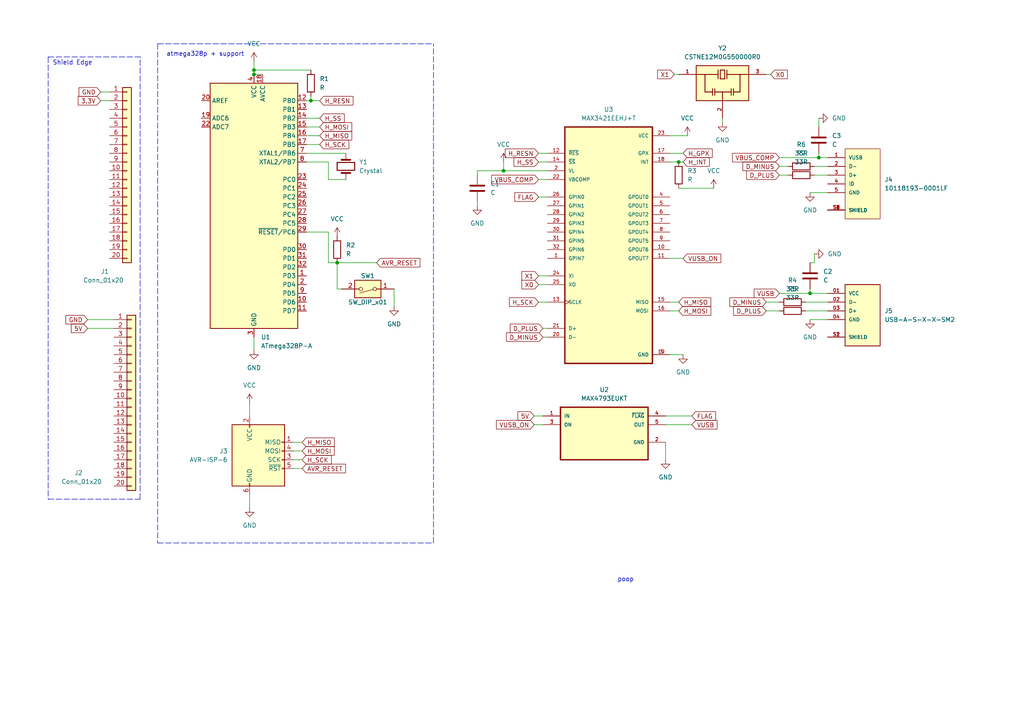
<source format=kicad_sch>
(kicad_sch (version 20211123) (generator eeschema)
  (paper "A4")
  (lib_symbols
    (symbol "Connector:AVR-ISP-6" (pin_names (offset 1.016))
      (property "Reference" "J" (at -6.35 11.43 0))
      (property "Value" "AVR-ISP-6" (at 0 11.43 0))
      (symbol "AVR-ISP-6_0_1"
        (rectangle (start -2.667 -6.858) (end -2.413 -7.62))
        (rectangle (start -2.667 10.16) (end -2.413 9.398))
        (rectangle (start 7.62 -2.413) (end 6.858 -2.667))
        (rectangle (start 7.62 0.127) (end 6.858 -0.127))
        (rectangle (start 7.62 2.667) (end 6.858 2.413))
        (rectangle (start 7.62 5.207) (end 6.858 4.953))
        (rectangle (start 7.62 10.16) (end -7.62 -7.62) (stroke (width 0.254)) (fill (type background)))
      )
      (symbol "AVR-ISP-6_1_1"
        (pin passive line (at 10.16 5.08 180) (length 2.54) (name "MISO") (number "1"))
        (pin passive line (at -2.54 12.7 270) (length 2.54) (name "VCC") (number "2"))
        (pin passive line (at 10.16 0 180) (length 2.54) (name "SCK") (number "3"))
        (pin passive line (at 10.16 2.54 180) (length 2.54) (name "MOSI") (number "4"))
        (pin passive line (at 10.16 -2.54 180) (length 2.54) (name "~{RST}") (number "5"))
        (pin passive line (at -2.54 -10.16 90) (length 2.54) (name "GND") (number "6"))
      )
    )
    (symbol "Connector_Generic:Conn_01x20" (pin_names (offset 1.016) hide)
      (property "Reference" "J" (at 0 25.4 0))
      (property "Value" "Conn_01x20" (at 0 -27.94 0))
      (symbol "Conn_01x20_1_1"
        (rectangle (start -1.27 -25.273) (end 0 -25.527) (stroke (width 0.1524)))
        (rectangle (start -1.27 -22.733) (end 0 -22.987) (stroke (width 0.1524)))
        (rectangle (start -1.27 -20.193) (end 0 -20.447) (stroke (width 0.1524)))
        (rectangle (start -1.27 -17.653) (end 0 -17.907) (stroke (width 0.1524)))
        (rectangle (start -1.27 -15.113) (end 0 -15.367) (stroke (width 0.1524)))
        (rectangle (start -1.27 -12.573) (end 0 -12.827) (stroke (width 0.1524)))
        (rectangle (start -1.27 -10.033) (end 0 -10.287) (stroke (width 0.1524)))
        (rectangle (start -1.27 -7.493) (end 0 -7.747) (stroke (width 0.1524)))
        (rectangle (start -1.27 -4.953) (end 0 -5.207) (stroke (width 0.1524)))
        (rectangle (start -1.27 -2.413) (end 0 -2.667) (stroke (width 0.1524)))
        (rectangle (start -1.27 0.127) (end 0 -0.127) (stroke (width 0.1524)))
        (rectangle (start -1.27 2.667) (end 0 2.413) (stroke (width 0.1524)))
        (rectangle (start -1.27 5.207) (end 0 4.953) (stroke (width 0.1524)))
        (rectangle (start -1.27 7.747) (end 0 7.493) (stroke (width 0.1524)))
        (rectangle (start -1.27 10.287) (end 0 10.033) (stroke (width 0.1524)))
        (rectangle (start -1.27 12.827) (end 0 12.573) (stroke (width 0.1524)))
        (rectangle (start -1.27 15.367) (end 0 15.113) (stroke (width 0.1524)))
        (rectangle (start -1.27 17.907) (end 0 17.653) (stroke (width 0.1524)))
        (rectangle (start -1.27 20.447) (end 0 20.193) (stroke (width 0.1524)))
        (rectangle (start -1.27 22.987) (end 0 22.733) (stroke (width 0.1524)))
        (rectangle (start -1.27 24.13) (end 1.27 -26.67) (stroke (width 0.254)) (fill (type background)))
        (pin passive line (at -5.08 22.86 0) (length 3.81) (name "Pin_1") (number "1"))
        (pin passive line (at -5.08 0 0) (length 3.81) (name "Pin_10") (number "10"))
        (pin passive line (at -5.08 -2.54 0) (length 3.81) (name "Pin_11") (number "11"))
        (pin passive line (at -5.08 -5.08 0) (length 3.81) (name "Pin_12") (number "12"))
        (pin passive line (at -5.08 -7.62 0) (length 3.81) (name "Pin_13") (number "13"))
        (pin passive line (at -5.08 -10.16 0) (length 3.81) (name "Pin_14") (number "14"))
        (pin passive line (at -5.08 -12.7 0) (length 3.81) (name "Pin_15") (number "15"))
        (pin passive line (at -5.08 -15.24 0) (length 3.81) (name "Pin_16") (number "16"))
        (pin passive line (at -5.08 -17.78 0) (length 3.81) (name "Pin_17") (number "17"))
        (pin passive line (at -5.08 -20.32 0) (length 3.81) (name "Pin_18") (number "18"))
        (pin passive line (at -5.08 -22.86 0) (length 3.81) (name "Pin_19") (number "19"))
        (pin passive line (at -5.08 20.32 0) (length 3.81) (name "Pin_2") (number "2"))
        (pin passive line (at -5.08 -25.4 0) (length 3.81) (name "Pin_20") (number "20"))
        (pin passive line (at -5.08 17.78 0) (length 3.81) (name "Pin_3") (number "3"))
        (pin passive line (at -5.08 15.24 0) (length 3.81) (name "Pin_4") (number "4"))
        (pin passive line (at -5.08 12.7 0) (length 3.81) (name "Pin_5") (number "5"))
        (pin passive line (at -5.08 10.16 0) (length 3.81) (name "Pin_6") (number "6"))
        (pin passive line (at -5.08 7.62 0) (length 3.81) (name "Pin_7") (number "7"))
        (pin passive line (at -5.08 5.08 0) (length 3.81) (name "Pin_8") (number "8"))
        (pin passive line (at -5.08 2.54 0) (length 3.81) (name "Pin_9") (number "9"))
      )
    )
    (symbol "Device:C" (pin_numbers hide) (pin_names (offset 0.254))
      (property "Reference" "C" (at 0.635 2.54 0))
      (property "Value" "C" (at 0.635 -2.54 0))
      (symbol "C_0_1"
        (polyline (pts (xy -2.032 -0.762) (xy 2.032 -0.762)) (stroke (width 0.508)))
        (polyline (pts (xy -2.032 0.762) (xy 2.032 0.762)) (stroke (width 0.508)))
      )
      (symbol "C_1_1"
        (pin passive line (at 0 3.81 270) (length 2.794) (name "~") (number "1"))
        (pin passive line (at 0 -3.81 90) (length 2.794) (name "~") (number "2"))
      )
    )
    (symbol "Device:Crystal" (pin_numbers hide) (pin_names (offset 1.016) hide)
      (property "Reference" "Y" (at 0 3.81 0))
      (property "Value" "Crystal" (at 0 -3.81 0))
      (symbol "Crystal_0_1"
        (rectangle (start -1.143 2.54) (end 1.143 -2.54) (stroke (width 0.3048)))
        (polyline (pts (xy -2.54 0) (xy -1.905 0)))
        (polyline (pts (xy -1.905 -1.27) (xy -1.905 1.27)) (stroke (width 0.508)))
        (polyline (pts (xy 1.905 -1.27) (xy 1.905 1.27)) (stroke (width 0.508)))
        (polyline (pts (xy 2.54 0) (xy 1.905 0)))
      )
      (symbol "Crystal_1_1"
        (pin passive line (at -3.81 0 0) (length 1.27) (name "1") (number "1"))
        (pin passive line (at 3.81 0 180) (length 1.27) (name "2") (number "2"))
      )
    )
    (symbol "Device:R" (pin_numbers hide) (pin_names (offset 0))
      (property "Reference" "R" (at 2.032 0 90))
      (property "Value" "R" (at 0 0 90))
      (symbol "R_0_1"
        (rectangle (start -1.016 -2.54) (end 1.016 2.54) (stroke (width 0.254)))
      )
      (symbol "R_1_1"
        (pin passive line (at 0 3.81 270) (length 1.27) (name "~") (number "1"))
        (pin passive line (at 0 -3.81 90) (length 1.27) (name "~") (number "2"))
      )
    )
    (symbol "MCU_Microchip_ATmega:ATmega328P-A"
      (property "Reference" "U" (at -12.7 36.83 0))
      (property "Value" "ATmega328P-A" (at 2.54 -36.83 0))
      (symbol "ATmega328P-A_0_1"
        (rectangle (start -12.7 -35.56) (end 12.7 35.56) (stroke (width 0.254)) (fill (type background)))
      )
      (symbol "ATmega328P-A_1_1"
        (pin bidirectional line (at 15.24 -20.32 180) (length 2.54) (name "PD3") (number "1"))
        (pin bidirectional line (at 15.24 -27.94 180) (length 2.54) (name "PD6") (number "10"))
        (pin bidirectional line (at 15.24 -30.48 180) (length 2.54) (name "PD7") (number "11"))
        (pin bidirectional line (at 15.24 30.48 180) (length 2.54) (name "PB0") (number "12"))
        (pin bidirectional line (at 15.24 27.94 180) (length 2.54) (name "PB1") (number "13"))
        (pin bidirectional line (at 15.24 25.4 180) (length 2.54) (name "PB2") (number "14"))
        (pin bidirectional line (at 15.24 22.86 180) (length 2.54) (name "PB3") (number "15"))
        (pin bidirectional line (at 15.24 20.32 180) (length 2.54) (name "PB4") (number "16"))
        (pin bidirectional line (at 15.24 17.78 180) (length 2.54) (name "PB5") (number "17"))
        (pin power_in line (at 2.54 38.1 270) (length 2.54) (name "AVCC") (number "18"))
        (pin input line (at -15.24 25.4 0) (length 2.54) (name "ADC6") (number "19"))
        (pin bidirectional line (at 15.24 -22.86 180) (length 2.54) (name "PD4") (number "2"))
        (pin passive line (at -15.24 30.48 0) (length 2.54) (name "AREF") (number "20"))
        (pin passive line (at 0 -38.1 90) (length 2.54) hide (name "GND") (number "21"))
        (pin input line (at -15.24 22.86 0) (length 2.54) (name "ADC7") (number "22"))
        (pin bidirectional line (at 15.24 7.62 180) (length 2.54) (name "PC0") (number "23"))
        (pin bidirectional line (at 15.24 5.08 180) (length 2.54) (name "PC1") (number "24"))
        (pin bidirectional line (at 15.24 2.54 180) (length 2.54) (name "PC2") (number "25"))
        (pin bidirectional line (at 15.24 0 180) (length 2.54) (name "PC3") (number "26"))
        (pin bidirectional line (at 15.24 -2.54 180) (length 2.54) (name "PC4") (number "27"))
        (pin bidirectional line (at 15.24 -5.08 180) (length 2.54) (name "PC5") (number "28"))
        (pin bidirectional line (at 15.24 -7.62 180) (length 2.54) (name "~{RESET}/PC6") (number "29"))
        (pin power_in line (at 0 -38.1 90) (length 2.54) (name "GND") (number "3"))
        (pin bidirectional line (at 15.24 -12.7 180) (length 2.54) (name "PD0") (number "30"))
        (pin bidirectional line (at 15.24 -15.24 180) (length 2.54) (name "PD1") (number "31"))
        (pin bidirectional line (at 15.24 -17.78 180) (length 2.54) (name "PD2") (number "32"))
        (pin power_in line (at 0 38.1 270) (length 2.54) (name "VCC") (number "4"))
        (pin passive line (at 0 -38.1 90) (length 2.54) hide (name "GND") (number "5"))
        (pin passive line (at 0 38.1 270) (length 2.54) hide (name "VCC") (number "6"))
        (pin bidirectional line (at 15.24 15.24 180) (length 2.54) (name "XTAL1/PB6") (number "7"))
        (pin bidirectional line (at 15.24 12.7 180) (length 2.54) (name "XTAL2/PB7") (number "8"))
        (pin bidirectional line (at 15.24 -25.4 180) (length 2.54) (name "PD5") (number "9"))
      )
    )
    (symbol "Switch:SW_DIP_x01" (pin_names (offset 0) hide)
      (property "Reference" "SW" (at 0 3.81 0))
      (property "Value" "SW_DIP_x01" (at 0 -3.81 0))
      (symbol "SW_DIP_x01_0_0"
        (circle (center -2.032 0) (radius 0.508))
        (polyline (pts (xy -1.524 0.127) (xy 2.3622 1.1684)))
        (circle (center 2.032 0) (radius 0.508))
      )
      (symbol "SW_DIP_x01_0_1"
        (rectangle (start -3.81 2.54) (end 3.81 -2.54) (stroke (width 0.254)) (fill (type background)))
      )
      (symbol "SW_DIP_x01_1_1"
        (pin passive line (at -7.62 0 0) (length 5.08) (name "~") (number "1"))
        (pin passive line (at 7.62 0 180) (length 5.08) (name "~") (number "2"))
      )
    )
    (symbol "power:GND" (power) (pin_names (offset 0))
      (property "Value" "GND" (at 0 -3.81 0))
      (symbol "GND_0_1"
        (polyline (pts (xy 0 0) (xy 0 -1.27) (xy 1.27 -1.27) (xy 0 -2.54) (xy -1.27 -1.27) (xy 0 -1.27)))
      )
      (symbol "GND_1_1"
        (pin power_in line (at 0 0 270) (length 0) hide (name "GND") (number "1"))
      )
    )
    (symbol "power:VCC" (power) (pin_names (offset 0))
      (property "Value" "VCC" (at 0 3.81 0))
      (symbol "VCC_0_1"
        (polyline (pts (xy -0.762 1.27) (xy 0 2.54)))
        (polyline (pts (xy 0 0) (xy 0 2.54)))
        (polyline (pts (xy 0 2.54) (xy 0.762 1.27)))
      )
      (symbol "VCC_1_1"
        (pin power_in line (at 0 0 90) (length 0) hide (name "VCC") (number "1"))
      )
    )
    (symbol "shield_rsrc:10118193-0001LF" (pin_names (offset 1.016))
      (property "Reference" "J" (at -5.08 10.922 0))
      (property "Value" "10118193-0001LF" (at -5.08 -12.7 0))
      (symbol "10118193-0001LF_0_0"
        (rectangle (start -5.08 -10.16) (end 5.08 10.16) (stroke (width 0.1524)) (fill (type background)))
        (pin passive line (at -10.16 7.62 0) (length 5.08) (name "VUSB") (number "1"))
        (pin passive line (at -10.16 5.08 0) (length 5.08) (name "D-") (number "2"))
        (pin passive line (at -10.16 2.54 0) (length 5.08) (name "D+") (number "3"))
        (pin passive line (at -10.16 0 0) (length 5.08) (name "ID") (number "4"))
        (pin passive line (at -10.16 -2.54 0) (length 5.08) (name "GND") (number "5"))
        (pin passive line (at -10.16 -7.62 0) (length 5.08) (name "SHIELD") (number "S1"))
        (pin passive line (at -10.16 -7.62 0) (length 5.08) (name "SHIELD") (number "S2"))
        (pin passive line (at -10.16 -7.62 0) (length 5.08) (name "SHIELD") (number "S3"))
        (pin passive line (at -10.16 -7.62 0) (length 5.08) (name "SHIELD") (number "S4"))
        (pin passive line (at -10.16 -7.62 0) (length 5.08) (name "SHIELD") (number "S5"))
        (pin passive line (at -10.16 -7.62 0) (length 5.08) (name "SHIELD") (number "S6"))
      )
    )
    (symbol "shield_rsrc:CSTNE12M0G550000R0" (pin_names (offset 1.016) hide)
      (property "Reference" "Y" (at -7.62 6.35 0))
      (property "Value" "CSTNE12M0G550000R0" (at 1.27 -6.35 0))
      (symbol "CSTNE12M0G550000R0_0_0"
        (rectangle (start -7.62 -5.08) (end 7.62 5.08) (stroke (width 0.254)) (fill (type background)))
        (polyline (pts (xy -7.62 2.54) (xy -5.08 2.54)) (stroke (width 0.254)))
        (polyline (pts (xy -5.08 -2.54) (xy -5.08 2.54)) (stroke (width 0.254)))
        (polyline (pts (xy -5.08 2.54) (xy -1.27 2.54)) (stroke (width 0.254)))
        (polyline (pts (xy -2.8702 -2.54) (xy -5.08 -2.54)) (stroke (width 0.254)))
        (polyline (pts (xy -2.8702 -2.54) (xy -2.8702 -3.5052)) (stroke (width 0.254)))
        (polyline (pts (xy -2.8702 -1.6002) (xy -2.8702 -2.54)) (stroke (width 0.254)))
        (polyline (pts (xy -2.2352 -2.54) (xy -2.2352 -3.5052)) (stroke (width 0.254)))
        (polyline (pts (xy -2.2352 -1.6002) (xy -2.2352 -2.54)) (stroke (width 0.254)))
        (polyline (pts (xy -1.27 2.54) (xy -1.27 1.27)) (stroke (width 0.254)))
        (polyline (pts (xy -1.27 3.81) (xy -1.27 2.54)) (stroke (width 0.254)))
        (polyline (pts (xy -0.635 1.27) (xy -0.635 3.81)) (stroke (width 0.254)))
        (polyline (pts (xy -0.635 3.81) (xy 0.635 3.81)) (stroke (width 0.254)))
        (polyline (pts (xy 0 -5.08) (xy 0 -2.54)) (stroke (width 0.254)))
        (polyline (pts (xy 0 -2.54) (xy -2.2352 -2.54)) (stroke (width 0.254)))
        (polyline (pts (xy 0 -2.54) (xy 2.54 -2.54)) (stroke (width 0.254)))
        (polyline (pts (xy 0.635 1.27) (xy -0.635 1.27)) (stroke (width 0.254)))
        (polyline (pts (xy 0.635 3.81) (xy 0.635 1.27)) (stroke (width 0.254)))
        (polyline (pts (xy 1.27 2.54) (xy 1.27 1.27)) (stroke (width 0.254)))
        (polyline (pts (xy 1.27 2.54) (xy 5.08 2.54)) (stroke (width 0.254)))
        (polyline (pts (xy 1.27 3.81) (xy 1.27 2.54)) (stroke (width 0.254)))
        (polyline (pts (xy 2.54 -2.54) (xy 2.54 -3.5052)) (stroke (width 0.254)))
        (polyline (pts (xy 2.54 -1.6002) (xy 2.54 -2.54)) (stroke (width 0.254)))
        (polyline (pts (xy 3.175 -2.54) (xy 3.175 -3.5052)) (stroke (width 0.254)))
        (polyline (pts (xy 3.175 -2.54) (xy 5.08 -2.54)) (stroke (width 0.254)))
        (polyline (pts (xy 3.175 -1.6002) (xy 3.175 -2.54)) (stroke (width 0.254)))
        (polyline (pts (xy 5.08 -2.54) (xy 5.08 2.54)) (stroke (width 0.254)))
        (polyline (pts (xy 5.08 2.54) (xy 7.62 2.54)) (stroke (width 0.254)))
        (pin input line (at -12.7 2.54 0) (length 5.08) (name "~") (number "1"))
        (pin power_in line (at 0 -10.16 90) (length 5.08) (name "~") (number "2"))
        (pin output line (at 12.7 2.54 180) (length 5.08) (name "~") (number "3"))
      )
    )
    (symbol "shield_rsrc:MAX3421EEHJ+T" (pin_names (offset 1.016))
      (property "Reference" "U" (at -12.7 34.0106 0))
      (property "Value" "MAX3421EEHJ+T" (at -12.7 -39.5478 0))
      (symbol "MAX3421EEHJ+T_0_0"
        (rectangle (start -12.7 -35.56) (end 12.7 33.02) (stroke (width 0.4064)) (fill (type background)))
        (pin input line (at -17.78 -5.08 0) (length 5.08) (name "GPIN7") (number "1"))
        (pin output line (at 17.78 -2.54 180) (length 5.08) (name "GPOUT6") (number "10"))
        (pin output line (at 17.78 -5.08 180) (length 5.08) (name "GPOUT7") (number "11"))
        (pin input line (at -17.78 25.4 0) (length 5.08) (name "~{RES}") (number "12"))
        (pin input clock (at -17.78 -17.78 0) (length 5.08) (name "SCLK") (number "13"))
        (pin input line (at -17.78 22.86 0) (length 5.08) (name "~{SS}") (number "14"))
        (pin output line (at 17.78 -17.78 180) (length 5.08) (name "MISO") (number "15"))
        (pin bidirectional line (at 17.78 -20.32 180) (length 5.08) (name "MOSI") (number "16"))
        (pin output line (at 17.78 25.4 180) (length 5.08) (name "GPX") (number "17"))
        (pin output line (at 17.78 22.86 180) (length 5.08) (name "INT") (number "18"))
        (pin power_in line (at 17.78 -33.02 180) (length 5.08) (name "GND") (number "19"))
        (pin input line (at -17.78 20.32 0) (length 5.08) (name "VL") (number "2"))
        (pin bidirectional line (at -17.78 -27.94 0) (length 5.08) (name "D-") (number "20"))
        (pin bidirectional line (at -17.78 -25.4 0) (length 5.08) (name "D+") (number "21"))
        (pin input line (at -17.78 17.78 0) (length 5.08) (name "VBCOMP") (number "22"))
        (pin power_in line (at 17.78 30.48 180) (length 5.08) (name "VCC") (number "23"))
        (pin input line (at -17.78 -10.16 0) (length 5.08) (name "XI") (number "24"))
        (pin output line (at -17.78 -12.7 0) (length 5.08) (name "XO") (number "25"))
        (pin input line (at -17.78 12.7 0) (length 5.08) (name "GPIN0") (number "26"))
        (pin input line (at -17.78 10.16 0) (length 5.08) (name "GPIN1") (number "27"))
        (pin input line (at -17.78 7.62 0) (length 5.08) (name "GPIN2") (number "28"))
        (pin input line (at -17.78 5.08 0) (length 5.08) (name "GPIN3") (number "29"))
        (pin power_in line (at 17.78 -33.02 180) (length 5.08) (name "GND") (number "3"))
        (pin input line (at -17.78 2.54 0) (length 5.08) (name "GPIN4") (number "30"))
        (pin input line (at -17.78 0 0) (length 5.08) (name "GPIN5") (number "31"))
        (pin input line (at -17.78 -2.54 0) (length 5.08) (name "GPIN6") (number "32"))
        (pin output line (at 17.78 12.7 180) (length 5.08) (name "GPOUT0") (number "4"))
        (pin output line (at 17.78 10.16 180) (length 5.08) (name "GPOUT1") (number "5"))
        (pin output line (at 17.78 7.62 180) (length 5.08) (name "GPOUT2") (number "6"))
        (pin output line (at 17.78 5.08 180) (length 5.08) (name "GPOUT3") (number "7"))
        (pin output line (at 17.78 2.54 180) (length 5.08) (name "GPOUT4") (number "8"))
        (pin output line (at 17.78 0 180) (length 5.08) (name "GPOUT5") (number "9"))
      )
    )
    (symbol "shield_rsrc:MAX4793EUKT" (pin_names (offset 1.016))
      (property "Reference" "U" (at -12.7 8.6106 0))
      (property "Value" "MAX4793EUKT" (at -12.7 -11.6078 0))
      (symbol "MAX4793EUKT_0_0"
        (rectangle (start -12.7 -7.62) (end 12.7 7.62) (stroke (width 0.4064)) (fill (type background)))
        (pin input line (at -17.78 5.08 0) (length 5.08) (name "IN") (number "1"))
        (pin power_in line (at 17.78 -2.54 180) (length 5.08) (name "GND") (number "2"))
        (pin input line (at -17.78 2.54 0) (length 5.08) (name "ON") (number "3"))
        (pin output line (at 17.78 5.08 180) (length 5.08) (name "~{FLAG}") (number "4"))
        (pin output line (at 17.78 2.54 180) (length 5.08) (name "OUT") (number "5"))
      )
    )
    (symbol "shield_rsrc:USB-A-S-X-X-SM2" (pin_names (offset 1.016))
      (property "Reference" "J" (at -5.08 8.89 0))
      (property "Value" "USB-A-S-X-X-SM2" (at -5.08 -12.7 0))
      (symbol "USB-A-S-X-X-SM2_0_0"
        (rectangle (start -5.08 -10.16) (end 5.08 7.62) (stroke (width 0.254)) (fill (type background)))
        (pin power_in line (at -10.16 5.08 0) (length 5.08) (name "VCC") (number "01"))
        (pin bidirectional line (at -10.16 2.54 0) (length 5.08) (name "D-") (number "02"))
        (pin bidirectional line (at -10.16 0 0) (length 5.08) (name "D+") (number "03"))
        (pin power_in line (at -10.16 -2.54 0) (length 5.08) (name "GND") (number "04"))
        (pin passive line (at -10.16 -7.62 0) (length 5.08) (name "SHIELD") (number "S1"))
        (pin passive line (at -10.16 -7.62 0) (length 5.08) (name "SHIELD") (number "S2"))
      )
    )
  )
  (junction (at 146.05 49.53))
  (junction (at 196.85 46.99))
  (junction (at 234.95 85.09))
  (junction (at 73.66 20.32))
  (junction (at 97.79 76.2))
  (junction (at 237.49 45.72))
  (junction (at 73.66 21.59))
  (junction (at 90.17 29.21))
  (wire (pts (xy 73.66 20.32) (xy 73.66 21.59)))
  (wire (pts (xy 236.22 73.66) (xy 236.22 76.2)))
  (wire (pts (xy 226.06 45.72) (xy 237.49 45.72)))
  (wire (pts (xy 73.66 21.59) (xy 76.2 21.59)))
  (wire (pts (xy 194.31 44.45) (xy 198.12 44.45)))
  (wire (pts (xy 97.79 76.2) (xy 97.79 83.82)))
  (wire (pts (xy 156.21 52.07) (xy 158.75 52.07)))
  (wire (pts (xy 88.9 46.99) (xy 95.25 46.99)))
  (wire (pts (xy 90.17 29.21) (xy 92.71 29.21)))
  (wire (pts (xy 236.22 76.2) (xy 234.95 76.2)))
  (wire (pts (xy 25.4 95.25) (xy 33.02 95.25)))
  (wire (pts (xy 85.09 135.89) (xy 87.63 135.89)))
  (wire (pts (xy 236.22 50.8) (xy 240.03 50.8)))
  (wire (pts (xy 194.31 39.37) (xy 199.39 39.37)))
  (wire (pts (xy 95.25 76.2) (xy 95.25 67.31)))
  (wire (pts (xy 146.05 49.53) (xy 158.75 49.53)))
  (wire (pts (xy 156.21 80.01) (xy 158.75 80.01)))
  (wire (pts (xy 226.06 50.8) (xy 228.6 50.8)))
  (wire (pts (xy 156.21 87.63) (xy 158.75 87.63)))
  (wire (pts (xy 237.49 44.45) (xy 237.49 45.72)))
  (wire (pts (xy 194.31 102.87) (xy 198.12 102.87)))
  (wire (pts (xy 226.06 85.09) (xy 234.95 85.09)))
  (wire (pts (xy 72.39 143.51) (xy 72.39 147.32)))
  (wire (pts (xy 194.31 46.99) (xy 196.85 46.99)))
  (wire (pts (xy 233.68 87.63) (xy 240.03 87.63)))
  (wire (pts (xy 85.09 133.35) (xy 87.63 133.35)))
  (wire (pts (xy 72.39 116.84) (xy 72.39 120.65)))
  (wire (pts (xy 88.9 41.91) (xy 92.71 41.91)))
  (polyline (pts (xy 45.72 12.7) (xy 125.73 12.7)))
  (wire (pts (xy 226.06 48.26) (xy 228.6 48.26)))
  (wire (pts (xy 194.31 74.93) (xy 198.12 74.93)))
  (wire (pts (xy 194.31 87.63) (xy 196.85 87.63)))
  (wire (pts (xy 95.25 67.31) (xy 88.9 67.31)))
  (wire (pts (xy 222.25 87.63) (xy 226.06 87.63)))
  (wire (pts (xy 234.95 92.71) (xy 240.03 92.71)))
  (wire (pts (xy 236.22 48.26) (xy 240.03 48.26)))
  (wire (pts (xy 156.21 57.15) (xy 158.75 57.15)))
  (wire (pts (xy 194.31 90.17) (xy 196.85 90.17)))
  (wire (pts (xy 234.95 55.88) (xy 240.03 55.88)))
  (wire (pts (xy 85.09 130.81) (xy 87.63 130.81)))
  (wire (pts (xy 95.25 52.07) (xy 100.33 52.07)))
  (wire (pts (xy 193.04 120.65) (xy 200.66 120.65)))
  (wire (pts (xy 29.21 29.21) (xy 31.75 29.21)))
  (polyline (pts (xy 13.97 16.51) (xy 40.64 16.51)))
  (polyline (pts (xy 13.97 16.51) (xy 13.97 144.78)))
  (wire (pts (xy 138.43 50.8) (xy 138.43 49.53)))
  (wire (pts (xy 88.9 29.21) (xy 90.17 29.21)))
  (wire (pts (xy 85.09 128.27) (xy 87.63 128.27)))
  (polyline (pts (xy 125.73 157.48) (xy 125.73 12.7)))
  (wire (pts (xy 234.95 85.09) (xy 240.03 85.09)))
  (wire (pts (xy 156.21 46.99) (xy 158.75 46.99)))
  (wire (pts (xy 73.66 97.79) (xy 73.66 101.6)))
  (polyline (pts (xy 45.72 157.48) (xy 125.73 157.48)))
  (wire (pts (xy 154.94 120.65) (xy 157.48 120.65)))
  (wire (pts (xy 88.9 36.83) (xy 92.71 36.83)))
  (wire (pts (xy 97.79 76.2) (xy 95.25 76.2)))
  (wire (pts (xy 233.68 90.17) (xy 240.03 90.17)))
  (wire (pts (xy 114.3 83.82) (xy 114.3 88.9)))
  (wire (pts (xy 138.43 58.42) (xy 138.43 59.69)))
  (wire (pts (xy 154.94 123.19) (xy 157.48 123.19)))
  (wire (pts (xy 237.49 45.72) (xy 240.03 45.72)))
  (wire (pts (xy 88.9 34.29) (xy 92.71 34.29)))
  (wire (pts (xy 222.25 21.59) (xy 223.52 21.59)))
  (wire (pts (xy 222.25 90.17) (xy 226.06 90.17)))
  (wire (pts (xy 88.9 44.45) (xy 100.33 44.45)))
  (wire (pts (xy 95.25 46.99) (xy 95.25 52.07)))
  (wire (pts (xy 73.66 20.32) (xy 90.17 20.32)))
  (wire (pts (xy 29.21 26.67) (xy 31.75 26.67)))
  (wire (pts (xy 97.79 76.2) (xy 109.22 76.2)))
  (wire (pts (xy 157.48 95.25) (xy 158.75 95.25)))
  (wire (pts (xy 157.48 97.79) (xy 158.75 97.79)))
  (wire (pts (xy 195.58 21.59) (xy 196.85 21.59)))
  (polyline (pts (xy 45.72 12.7) (xy 45.72 157.48)))
  (wire (pts (xy 156.21 82.55) (xy 158.75 82.55)))
  (polyline (pts (xy 13.97 144.78) (xy 40.64 144.78)))
  (wire (pts (xy 146.05 46.99) (xy 146.05 49.53)))
  (wire (pts (xy 234.95 83.82) (xy 234.95 85.09)))
  (wire (pts (xy 97.79 83.82) (xy 99.06 83.82)))
  (wire (pts (xy 25.4 92.71) (xy 33.02 92.71)))
  (wire (pts (xy 73.66 17.78) (xy 73.66 20.32)))
  (wire (pts (xy 156.21 44.45) (xy 158.75 44.45)))
  (wire (pts (xy 193.04 123.19) (xy 200.66 123.19)))
  (wire (pts (xy 237.49 34.29) (xy 237.49 36.83)))
  (wire (pts (xy 196.85 46.99) (xy 198.12 46.99)))
  (wire (pts (xy 90.17 29.21) (xy 90.17 27.94)))
  (wire (pts (xy 138.43 49.53) (xy 146.05 49.53)))
  (polyline (pts (xy 40.64 144.78) (xy 40.64 16.51)))
  (wire (pts (xy 209.55 34.29) (xy 209.55 35.56)))
  (wire (pts (xy 88.9 39.37) (xy 92.71 39.37)))
  (wire (pts (xy 193.04 128.27) (xy 193.04 133.35)))
  (wire (pts (xy 196.85 54.61) (xy 207.01 54.61)))
  (text "atmega328p + support" (at 48.26 16.51 0) (effects (font (size 1.27 1.27)) (justify left bottom)))
  (text "Shield Edge" (at 15.24 19.05 0) (effects (font (size 1.27 1.27)) (justify left bottom)))
  (text "poop" (at 179.07 168.91 0) (effects (font (size 1.27 1.27)) (justify left bottom)))
  (global_label "AVR_RESET" (shape input) (at 87.63 135.89 0) (property "Intersheet References" "${INTERSHEET_REFS}" (effects hide)))
  (global_label "H_SCK" (shape input) (at 156.21 87.63 180) (property "Intersheet References" "${INTERSHEET_REFS}" (effects hide)))
  (global_label "5V" (shape input) (at 25.4 95.25 180) (property "Intersheet References" "${INTERSHEET_REFS}" (effects hide)))
  (global_label "H_MISO" (shape input) (at 87.63 128.27 0) (property "Intersheet References" "${INTERSHEET_REFS}" (effects hide)))
  (global_label "AVR_RESET" (shape input) (at 109.22 76.2 0) (property "Intersheet References" "${INTERSHEET_REFS}" (effects hide)))
  (global_label "D_PLUS" (shape input) (at 222.25 90.17 180) (property "Intersheet References" "${INTERSHEET_REFS}" (effects hide)))
  (global_label "H_INT" (shape input) (at 198.12 46.99 0) (property "Intersheet References" "${INTERSHEET_REFS}" (effects hide)))
  (global_label "VBUS_COMP" (shape input) (at 226.06 45.72 180) (property "Intersheet References" "${INTERSHEET_REFS}" (effects hide)))
  (global_label "D_MINUS" (shape input) (at 157.48 97.79 180) (property "Intersheet References" "${INTERSHEET_REFS}" (effects hide)))
  (global_label "VUSB_ON" (shape input) (at 198.12 74.93 0) (property "Intersheet References" "${INTERSHEET_REFS}" (effects hide)))
  (global_label "H_MOSI" (shape input) (at 196.85 90.17 0) (property "Intersheet References" "${INTERSHEET_REFS}" (effects hide)))
  (global_label "H_SS" (shape input) (at 92.71 34.29 0) (property "Intersheet References" "${INTERSHEET_REFS}" (effects hide)))
  (global_label "H_GPX" (shape input) (at 198.12 44.45 0) (property "Intersheet References" "${INTERSHEET_REFS}" (effects hide)))
  (global_label "H_MOSI" (shape input) (at 92.71 36.83 0) (property "Intersheet References" "${INTERSHEET_REFS}" (effects hide)))
  (global_label "X0" (shape input) (at 156.21 82.55 180) (property "Intersheet References" "${INTERSHEET_REFS}" (effects hide)))
  (global_label "FLAG" (shape input) (at 156.21 57.15 180) (property "Intersheet References" "${INTERSHEET_REFS}" (effects hide)))
  (global_label "H_SS" (shape input) (at 156.21 46.99 180) (property "Intersheet References" "${INTERSHEET_REFS}" (effects hide)))
  (global_label "X1" (shape input) (at 156.21 80.01 180) (property "Intersheet References" "${INTERSHEET_REFS}" (effects hide)))
  (global_label "H_SCK" (shape input) (at 87.63 133.35 0) (property "Intersheet References" "${INTERSHEET_REFS}" (effects hide)))
  (global_label "VUSB_ON" (shape input) (at 154.94 123.19 180) (property "Intersheet References" "${INTERSHEET_REFS}" (effects hide)))
  (global_label "H_SCK" (shape input) (at 92.71 41.91 0) (property "Intersheet References" "${INTERSHEET_REFS}" (effects hide)))
  (global_label "X1" (shape input) (at 195.58 21.59 180) (property "Intersheet References" "${INTERSHEET_REFS}" (effects hide)))
  (global_label "VBUS_COMP" (shape input) (at 156.21 52.07 180) (property "Intersheet References" "${INTERSHEET_REFS}" (effects hide)))
  (global_label "FLAG" (shape input) (at 200.66 120.65 0) (property "Intersheet References" "${INTERSHEET_REFS}" (effects hide)))
  (global_label "D_PLUS" (shape input) (at 157.48 95.25 180) (property "Intersheet References" "${INTERSHEET_REFS}" (effects hide)))
  (global_label "H_RESN" (shape input) (at 156.21 44.45 180) (property "Intersheet References" "${INTERSHEET_REFS}" (effects hide)))
  (global_label "D_MINUS" (shape input) (at 222.25 87.63 180) (property "Intersheet References" "${INTERSHEET_REFS}" (effects hide)))
  (global_label "5V" (shape input) (at 154.94 120.65 180) (property "Intersheet References" "${INTERSHEET_REFS}" (effects hide)))
  (global_label "H_MISO" (shape input) (at 92.71 39.37 0) (property "Intersheet References" "${INTERSHEET_REFS}" (effects hide)))
  (global_label "X0" (shape input) (at 223.52 21.59 0) (property "Intersheet References" "${INTERSHEET_REFS}" (effects hide)))
  (global_label "H_MISO" (shape input) (at 196.85 87.63 0) (property "Intersheet References" "${INTERSHEET_REFS}" (effects hide)))
  (global_label "H_MOSI" (shape input) (at 87.63 130.81 0) (property "Intersheet References" "${INTERSHEET_REFS}" (effects hide)))
  (global_label "3.3V" (shape input) (at 29.21 29.21 180) (property "Intersheet References" "${INTERSHEET_REFS}" (effects hide)))
  (global_label "GND" (shape input) (at 29.21 26.67 180) (property "Intersheet References" "${INTERSHEET_REFS}" (effects hide)))
  (global_label "H_RESN" (shape input) (at 92.71 29.21 0) (property "Intersheet References" "${INTERSHEET_REFS}" (effects hide)))
  (global_label "VUSB" (shape input) (at 226.06 85.09 180) (property "Intersheet References" "${INTERSHEET_REFS}" (effects hide)))
  (global_label "D_PLUS" (shape input) (at 226.06 50.8 180) (property "Intersheet References" "${INTERSHEET_REFS}" (effects hide)))
  (global_label "VUSB" (shape input) (at 200.66 123.19 0) (property "Intersheet References" "${INTERSHEET_REFS}" (effects hide)))
  (global_label "D_MINUS" (shape input) (at 226.06 48.26 180) (property "Intersheet References" "${INTERSHEET_REFS}" (effects hide)))
  (global_label "GND" (shape input) (at 25.4 92.71 180) (property "Intersheet References" "${INTERSHEET_REFS}" (effects hide)))
  (symbol (lib_id "Device:R") (at 229.87 90.17 90) (unit 1)
    (property "Reference" "R5" (at 229.87 83.82 90))
    (property "Value" "33R" (at 229.87 86.36 90))
    (property "Footprint" "Resistor_SMD:R_0603_1608Metric_Pad0.98x0.95mm_HandSolder" (effects hide))
  )
  (symbol (lib_id "Device:C") (at 234.95 80.01 0) (unit 1)
    (property "Reference" "C2" (at 238.76 78.7399 0) (effects (justify left)))
    (property "Value" "C" (at 238.76 81.2799 0) (effects (justify left)))
    (property "Footprint" "Capacitor_SMD:C_0603_1608Metric_Pad1.08x0.95mm_HandSolder" (effects hide))
  )
  (symbol (lib_id "power:GND") (at 237.49 34.29 90) (unit 1)
    (property "Reference" "#PWR0113" (effects hide))
    (property "Value" "GND" (at 241.3 34.2899 90) (effects (justify right)))
  )
  (symbol (lib_id "Device:R") (at 97.79 72.39 0) (unit 1)
    (property "Reference" "R2" (at 100.33 71.1199 0) (effects (justify left)))
    (property "Value" "R" (at 100.33 73.6599 0) (effects (justify left)))
    (property "Footprint" "Resistor_SMD:R_0603_1608Metric_Pad0.98x0.95mm_HandSolder" (effects hide))
  )
  (symbol (lib_id "power:VCC") (at 207.01 54.61 0) (unit 1)
    (property "Reference" "#PWR0110" (effects hide))
    (property "Value" "VCC" (at 207.01 49.53 0))
  )
  (symbol (lib_id "shield_rsrc:10118193-0001LF") (at 250.19 53.34 0) (unit 1)
    (property "Reference" "J4" (at 256.54 52.0699 0) (effects (justify left)))
    (property "Value" "10118193-0001LF" (at 256.54 54.6099 0) (effects (justify left)))
    (property "Footprint" "shield_rsrc:FCI_10118193-0001LF" (effects hide))
    (property "MP" "10118193-0001LF" (effects hide))
    (property "AVAILABILITY" "Unavailable" (effects hide))
    (property "DESCRIPTION" "Single Port 5 Contact Shielded SMT MICRO USB B-Type Receptacle" (effects hide))
    (property "PACKAGE" "None" (effects hide))
    (property "MF" "Amphenol FCI" (effects hide))
    (property "PRICE" "None" (effects hide))
  )
  (symbol (lib_id "Device:R") (at 90.17 24.13 0) (unit 1)
    (property "Reference" "R1" (at 92.71 22.8599 0) (effects (justify left)))
    (property "Value" "R" (at 92.71 25.3999 0) (effects (justify left)))
    (property "Footprint" "Resistor_SMD:R_0603_1608Metric_Pad0.98x0.95mm_HandSolder" (effects hide))
  )
  (symbol (lib_id "power:GND") (at 73.66 101.6 0) (unit 1)
    (property "Reference" "#PWR0102" (effects hide))
    (property "Value" "GND" (at 73.66 106.68 0))
  )
  (symbol (lib_id "power:VCC") (at 73.66 17.78 0) (unit 1)
    (property "Reference" "#PWR0104" (effects hide))
    (property "Value" "VCC" (at 73.66 12.7 0))
  )
  (symbol (lib_id "Device:R") (at 196.85 50.8 0) (unit 1)
    (property "Reference" "R3" (at 199.39 49.5299 0) (effects (justify left)))
    (property "Value" "R" (at 199.39 52.0699 0) (effects (justify left)))
    (property "Footprint" "Resistor_SMD:R_0603_1608Metric_Pad0.98x0.95mm_HandSolder" (effects hide))
  )
  (symbol (lib_id "power:GND") (at 138.43 59.69 0) (unit 1)
    (property "Reference" "#PWR0116" (effects hide))
    (property "Value" "GND" (at 138.43 64.77 0))
  )
  (symbol (lib_id "power:GND") (at 236.22 73.66 90) (unit 1)
    (property "Reference" "#PWR0112" (effects hide))
    (property "Value" "GND" (at 240.03 73.6599 90) (effects (justify right)))
  )
  (symbol (lib_id "Connector_Generic:Conn_01x20") (at 38.1 115.57 0) (unit 1)
    (property "Reference" "J2" (at 21.59 137.16 0) (effects (justify left)))
    (property "Value" "Conn_01x20" (at 17.78 139.7 0) (effects (justify left)))
    (property "Footprint" "Connector_PinHeader_2.54mm:PinHeader_1x20_P2.54mm_Vertical" (effects hide))
  )
  (symbol (lib_id "shield_rsrc:USB-A-S-X-X-SM2") (at 250.19 90.17 0) (unit 1)
    (property "Reference" "J5" (at 256.54 90.1699 0) (effects (justify left)))
    (property "Value" "USB-A-S-X-X-SM2" (at 256.54 92.7099 0) (effects (justify left)))
    (property "Footprint" "shield_rsrc:SAMTEC_USB-A-S-X-X-SM2" (effects hide))
    (property "STANDARD" "Manufacturer Recommendations" (effects hide))
    (property "PARTREV" "T" (effects hide))
    (property "MANUFACTURER" "Samtec" (effects hide))
    (property "MAXIMUM_PACKAGE_HEIGHT" "7.8 mm" (effects hide))
  )
  (symbol (lib_id "shield_rsrc:MAX3421EEHJ+T") (at 176.53 69.85 0) (unit 1)
    (property "Reference" "U3" (at 176.53 31.75 0))
    (property "Value" "MAX3421EEHJ+T" (at 176.53 34.29 0))
    (property "Footprint" "shield_rsrc:QFP50P700X700X120-32N" (effects hide))
    (property "MF" "Maxim Integrated" (effects hide))
    (property "DESCRIPTION" "Ic Usb Periph/Host Cntrl 32tqfp - Max3421eehj+t" (effects hide))
    (property "PRICE" "None" (effects hide))
    (property "AVAILABILITY" "Unavailable" (effects hide))
    (property "PACKAGE" "TQFP-32 Maxim" (effects hide))
    (property "MP" "MAX3421EEHJ+T" (effects hide))
  )
  (symbol (lib_id "Connector_Generic:Conn_01x20") (at 36.83 49.53 0) (unit 1)
    (property "Reference" "J1" (at 29.21 78.74 0) (effects (justify left)))
    (property "Value" "Conn_01x20" (at 24.13 81.28 0) (effects (justify left)))
    (property "Footprint" "Connector_PinHeader_2.54mm:PinHeader_1x20_P2.54mm_Vertical" (effects hide))
  )
  (symbol (lib_id "MCU_Microchip_ATmega:ATmega328P-A") (at 73.66 59.69 0) (unit 1)
    (property "Reference" "U1" (at 75.6794 97.79 0) (effects (justify left)))
    (property "Value" "ATmega328P-A" (at 75.6794 100.33 0) (effects (justify left)))
    (property "Footprint" "Package_QFP:TQFP-32_7x7mm_P0.8mm" (effects hide))
    (property "Datasheet" "http://ww1.microchip.com/downloads/en/DeviceDoc/ATmega328_P%20AVR%20MCU%20with%20picoPower%20Technology%20Data%20Sheet%2040001984A.pdf" (effects hide))
  )
  (symbol (lib_id "Device:C") (at 237.49 40.64 0) (unit 1)
    (property "Reference" "C3" (at 241.3 39.3699 0) (effects (justify left)))
    (property "Value" "C" (at 241.3 41.9099 0) (effects (justify left)))
    (property "Footprint" "Capacitor_SMD:C_0603_1608Metric_Pad1.08x0.95mm_HandSolder" (effects hide))
  )
  (symbol (lib_id "power:GND") (at 198.12 102.87 0) (unit 1)
    (property "Reference" "#PWR0108" (effects hide))
    (property "Value" "GND" (at 198.12 107.95 0))
  )
  (symbol (lib_id "power:GND") (at 234.95 55.88 0) (unit 1)
    (property "Reference" "#PWR0109" (effects hide))
    (property "Value" "GND" (at 234.95 60.96 0))
  )
  (symbol (lib_id "power:VCC") (at 97.79 68.58 0) (unit 1)
    (property "Reference" "#PWR0106" (effects hide))
    (property "Value" "VCC" (at 97.79 63.5 0))
  )
  (symbol (lib_id "Device:R") (at 229.87 87.63 90) (unit 1)
    (property "Reference" "R4" (at 229.87 81.28 90))
    (property "Value" "33R" (at 229.87 83.82 90))
    (property "Footprint" "Resistor_SMD:R_0603_1608Metric_Pad0.98x0.95mm_HandSolder" (effects hide))
  )
  (symbol (lib_id "power:VCC") (at 72.39 116.84 0) (unit 1)
    (property "Reference" "#PWR0101" (effects hide))
    (property "Value" "VCC" (at 72.39 111.76 0))
  )
  (symbol (lib_id "power:GND") (at 72.39 147.32 0) (unit 1)
    (property "Reference" "#PWR0105" (effects hide))
    (property "Value" "GND" (at 72.39 152.4 0))
  )
  (symbol (lib_id "Connector:AVR-ISP-6") (at 74.93 133.35 0) (unit 1)
    (property "Reference" "J3" (at 66.04 130.8099 0) (effects (justify right)))
    (property "Value" "AVR-ISP-6" (at 66.04 133.3499 0) (effects (justify right)))
    (property "Footprint" "Connector_PinHeader_2.54mm:PinHeader_2x03_P2.54mm_Vertical" (effects hide))
    (property "Datasheet" " ~" (effects hide))
  )
  (symbol (lib_id "power:VCC") (at 199.39 39.37 0) (unit 1)
    (property "Reference" "#PWR0115" (effects hide))
    (property "Value" "VCC" (at 199.39 34.29 0))
  )
  (symbol (lib_id "power:VCC") (at 146.05 46.99 0) (unit 1)
    (property "Reference" "#PWR0117" (effects hide))
    (property "Value" "VCC" (at 146.05 41.91 0))
  )
  (symbol (lib_id "shield_rsrc:CSTNE12M0G550000R0") (at 209.55 24.13 0) (unit 1)
    (property "Reference" "Y2" (at 209.55 13.97 0))
    (property "Value" "CSTNE12M0G550000R0" (at 209.55 16.51 0))
    (property "Footprint" "OSC_CSTNE12M0G550000R0" (effects hide))
    (property "MANUFACTURER" "Murata" (effects hide))
    (property "MAXIMUM_PACKAGE_HEIGHT" "0.8mm" (effects hide))
    (property "STANDARD" "Manufacturer Recomendations" (effects hide))
    (property "PARTREV" "JGC42-8858A" (effects hide))
  )
  (symbol (lib_id "power:GND") (at 234.95 92.71 0) (unit 1)
    (property "Reference" "#PWR0111" (effects hide))
    (property "Value" "GND" (at 234.95 97.79 0))
  )
  (symbol (lib_id "Switch:SW_DIP_x01") (at 106.68 83.82 180) (unit 1)
    (property "Reference" "SW1" (at 106.68 80.01 0))
    (property "Value" "SW_DIP_x01" (at 106.68 87.63 0))
    (property "Footprint" "shield_rsrc:PinHeader_Switch" (effects hide))
  )
  (symbol (lib_id "Device:R") (at 232.41 50.8 90) (unit 1)
    (property "Reference" "R7" (at 232.41 44.45 90))
    (property "Value" "33R" (at 232.41 46.99 90))
    (property "Footprint" "Resistor_SMD:R_0603_1608Metric_Pad0.98x0.95mm_HandSolder" (effects hide))
  )
  (symbol (lib_id "shield_rsrc:MAX4793EUKT") (at 175.26 125.73 0) (unit 1)
    (property "Reference" "U2" (at 175.26 113.03 0))
    (property "Value" "MAX4793EUKT" (at 175.26 115.57 0))
    (property "Footprint" "shield_rsrc:SOT95P280X145-5N" (effects hide))
  )
  (symbol (lib_id "power:GND") (at 193.04 133.35 0) (unit 1)
    (property "Reference" "#PWR0107" (effects hide))
    (property "Value" "GND" (at 193.04 138.43 0))
  )
  (symbol (lib_id "Device:R") (at 232.41 48.26 90) (unit 1)
    (property "Reference" "R6" (at 232.41 41.91 90))
    (property "Value" "33R" (at 232.41 44.45 90))
    (property "Footprint" "Resistor_SMD:R_0603_1608Metric_Pad0.98x0.95mm_HandSolder" (effects hide))
  )
  (symbol (lib_id "Device:C") (at 138.43 54.61 0) (unit 1)
    (property "Reference" "C1" (at 142.24 53.3399 0) (effects (justify left)))
    (property "Value" "C" (at 142.24 55.8799 0) (effects (justify left)))
    (property "Footprint" "Capacitor_SMD:C_0603_1608Metric_Pad1.08x0.95mm_HandSolder" (effects hide))
  )
  (symbol (lib_id "Device:Crystal") (at 100.33 48.26 90) (unit 1)
    (property "Reference" "Y1" (at 104.14 46.9899 90) (effects (justify right)))
    (property "Value" "Crystal" (at 104.14 49.5299 90) (effects (justify right)))
    (property "Footprint" "Crystal:Crystal_HC49-U_Vertical" (effects hide))
  )
  (symbol (lib_id "power:GND") (at 114.3 88.9 0) (unit 1)
    (property "Reference" "#PWR0103" (effects hide))
    (property "Value" "GND" (at 114.3 93.98 0))
  )
  (symbol (lib_id "power:GND") (at 209.55 35.56 0) (unit 1)
    (property "Reference" "#PWR0114" (effects hide))
    (property "Value" "GND" (at 209.55 40.64 0))
  )
)
</source>
